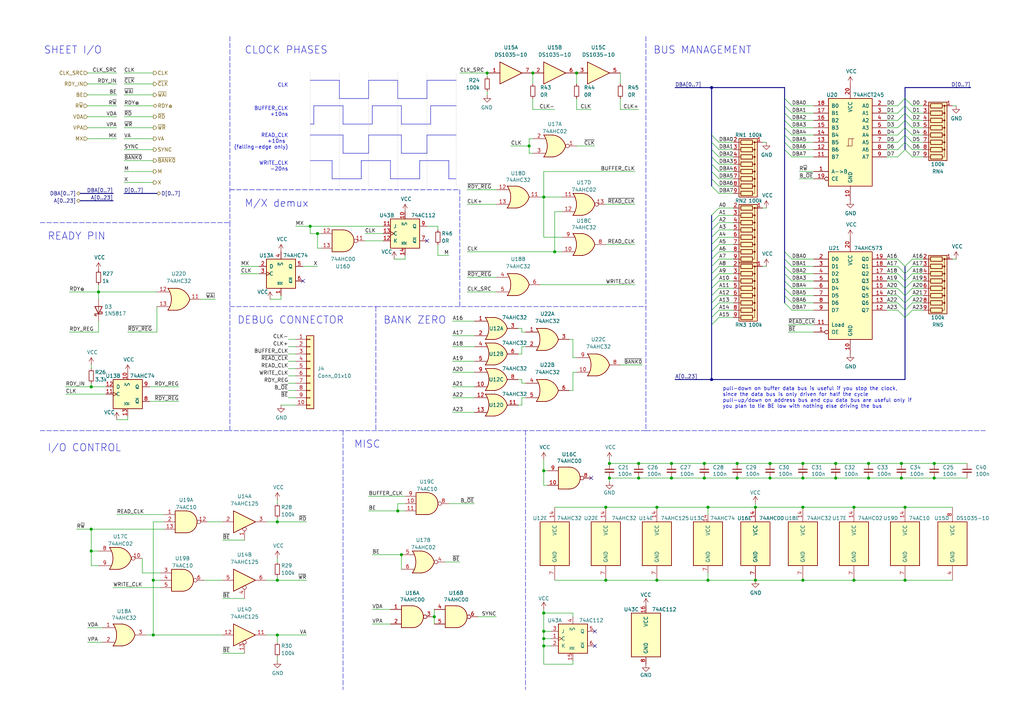
<source format=kicad_sch>
(kicad_sch (version 20211123) (generator eeschema)
  (paper "User" 356.387 251.993)
  (title_block (title "Glue Logic") (date "2022-07-28") (rev "A.25") (comment 2 "https://github.com/adrienkohlbecker/65C816/tree/main/hardware/breakout") (comment 3 "Licensed under CERN-OHL-W v2") (comment 4 "Copyright © 2022 Adrien Kohlbecker"))
  (junction (at 34.29 101.6))
  (junction (at 222.25 161.29))
  (junction (at 279.4 161.29))
  (junction (at 200.66 25.4))
  (junction (at 256.54 166.37))
  (junction (at 53.34 220.98))
  (junction (at 313.69 166.37))
  (junction (at 189.23 163.83))
  (junction (at 246.38 176.53))
  (junction (at 210.82 201.93))
  (junction (at 247.65 132.08))
  (junction (at 96.52 220.98))
  (junction (at 189.23 224.79))
  (junction (at 313.69 161.29))
  (junction (at 193.04 87.63))
  (junction (at 228.6 201.93))
  (junction (at 314.96 201.93))
  (junction (at 279.4 201.93))
  (junction (at 297.18 201.93))
  (junction (at 314.96 176.53))
  (junction (at 279.4 176.53))
  (junction (at 297.18 176.53))
  (junction (at 325.12 166.37))
  (junction (at 31.75 184.15))
  (junction (at 184.15 50.8))
  (junction (at 267.97 161.29))
  (junction (at 245.11 161.29))
  (junction (at 31.75 191.77))
  (junction (at 212.09 166.37))
  (junction (at 247.65 30.48))
  (junction (at 262.89 201.93))
  (junction (at 256.54 161.29))
  (junction (at 139.7 193.04))
  (junction (at 290.83 166.37))
  (junction (at 325.12 161.29))
  (junction (at 189.23 68.58))
  (junction (at 245.11 166.37))
  (junction (at 246.38 201.93))
  (junction (at 169.545 25.4))
  (junction (at 96.52 181.61))
  (junction (at 212.09 161.29))
  (junction (at 189.23 219.71))
  (junction (at 189.23 213.36))
  (junction (at 110.49 81.28))
  (junction (at 96.52 201.93))
  (junction (at 279.4 166.37))
  (junction (at 233.68 161.29))
  (junction (at 233.68 166.37))
  (junction (at 107.95 78.74))
  (junction (at 267.97 166.37))
  (junction (at 210.82 176.53))
  (junction (at 138.43 177.8))
  (junction (at 151.13 214.63))
  (junction (at 53.34 201.93))
  (junction (at 302.26 161.29))
  (junction (at 189.23 222.25))
  (junction (at 302.26 166.37))
  (junction (at 290.83 161.29))
  (junction (at 31.75 134.62))
  (junction (at 262.89 176.53))
  (junction (at 185.42 25.4))
  (junction (at 228.6 176.53))
  (junction (at 222.25 166.37))
  (no_connect (at 205.74 166.37))
  (no_connect (at 105.41 97.79))
  (no_connect (at 207.01 224.79))
  (no_connect (at 207.01 219.71))
  (no_connect (at 148.59 83.82))
  (bus_entry (at 250.19 49.53) (size -2.54 -2.54))
  (bus_entry (at 314.96 41.91) (size -2.54 2.54))
  (bus_entry (at 314.96 41.91) (size 2.54 2.54))
  (bus_entry (at 312.42 92.71) (size 2.54 2.54))
  (bus_entry (at 273.05 49.53) (size 2.54 2.54))
  (bus_entry (at 317.5 97.79) (size -2.54 2.54))
  (bus_entry (at 317.5 102.87) (size -2.54 2.54))
  (bus_entry (at 273.05 105.41) (size 2.54 2.54))
  (bus_entry (at 273.05 92.71) (size 2.54 2.54))
  (bus_entry (at 273.05 102.87) (size 2.54 2.54))
  (bus_entry (at 273.05 39.37) (size 2.54 2.54))
  (bus_entry (at 312.42 102.87) (size 2.54 2.54))
  (bus_entry (at 250.19 52.07) (size -2.54 -2.54))
  (bus_entry (at 247.65 87.63) (size 2.54 -2.54))
  (bus_entry (at 247.65 92.71) (size 2.54 -2.54))
  (bus_entry (at 273.05 46.99) (size 2.54 2.54))
  (bus_entry (at 312.42 107.95) (size 2.54 2.54))
  (bus_entry (at 250.19 57.15) (size -2.54 -2.54))
  (bus_entry (at 317.5 90.17) (size -2.54 2.54))
  (bus_entry (at 273.05 100.33) (size 2.54 2.54))
  (bus_entry (at 247.65 97.79) (size 2.54 -2.54))
  (bus_entry (at 247.65 82.55) (size 2.54 -2.54))
  (bus_entry (at 314.96 52.07) (size 2.54 2.54))
  (bus_entry (at 317.5 95.25) (size -2.54 2.54))
  (bus_entry (at 273.05 90.17) (size 2.54 2.54))
  (bus_entry (at 250.19 54.61) (size -2.54 -2.54))
  (bus_entry (at 314.96 36.83) (size -2.54 2.54))
  (bus_entry (at 247.65 113.03) (size 2.54 -2.54))
  (bus_entry (at 273.05 44.45) (size 2.54 2.54))
  (bus_entry (at 247.65 107.95) (size 2.54 -2.54))
  (bus_entry (at 250.19 62.23) (size -2.54 -2.54))
  (bus_entry (at 247.65 95.25) (size 2.54 -2.54))
  (bus_entry (at 317.5 105.41) (size -2.54 2.54))
  (bus_entry (at 247.65 90.17) (size 2.54 -2.54))
  (bus_entry (at 247.65 110.49) (size 2.54 -2.54))
  (bus_entry (at 314.96 46.99) (size -2.54 2.54))
  (bus_entry (at 314.96 44.45) (size 2.54 2.54))
  (bus_entry (at 273.05 36.83) (size 2.54 2.54))
  (bus_entry (at 314.96 39.37) (size -2.54 2.54))
  (bus_entry (at 250.19 59.69) (size -2.54 -2.54))
  (bus_entry (at 247.65 85.09) (size 2.54 -2.54))
  (bus_entry (at 314.96 52.07) (size -2.54 2.54))
  (bus_entry (at 312.42 100.33) (size 2.54 2.54))
  (bus_entry (at 312.42 105.41) (size 2.54 2.54))
  (bus_entry (at 317.5 92.71) (size -2.54 2.54))
  (bus_entry (at 273.05 97.79) (size 2.54 2.54))
  (bus_entry (at 317.5 107.95) (size -2.54 2.54))
  (bus_entry (at 314.96 34.29) (size -2.54 2.54))
  (bus_entry (at 312.42 90.17) (size 2.54 2.54))
  (bus_entry (at 314.96 39.37) (size 2.54 2.54))
  (bus_entry (at 247.65 100.33) (size 2.54 -2.54))
  (bus_entry (at 273.05 34.29) (size 2.54 2.54))
  (bus_entry (at 273.05 41.91) (size 2.54 2.54))
  (bus_entry (at 247.65 105.41) (size 2.54 -2.54))
  (bus_entry (at 273.05 95.25) (size 2.54 2.54))
  (bus_entry (at 273.05 52.07) (size 2.54 2.54))
  (bus_entry (at 317.5 100.33) (size -2.54 2.54))
  (bus_entry (at 250.19 64.77) (size -2.54 -2.54))
  (bus_entry (at 247.65 74.93) (size 2.54 -2.54))
  (bus_entry (at 314.96 36.83) (size 2.54 2.54))
  (bus_entry (at 314.96 49.53) (size 2.54 2.54))
  (bus_entry (at 314.96 34.29) (size 2.54 2.54))
  (bus_entry (at 314.96 44.45) (size -2.54 2.54))
  (bus_entry (at 247.65 80.01) (size 2.54 -2.54))
  (bus_entry (at 250.19 67.31) (size -2.54 -2.54))
  (bus_entry (at 273.05 87.63) (size 2.54 2.54))
  (bus_entry (at 247.65 77.47) (size 2.54 -2.54))
  (bus_entry (at 312.42 95.25) (size 2.54 2.54))
  (bus_entry (at 314.96 49.53) (size -2.54 2.54))
  (bus_entry (at 314.96 46.99) (size 2.54 2.54))
  (bus_entry (at 312.42 97.79) (size 2.54 2.54))
  (bus_entry (at 247.65 102.87) (size 2.54 -2.54))
  (wire (pts (xy 43.18 44.45) (xy 53.34 44.45)))
  (wire (pts (xy 127 81.28) (xy 133.35 81.28)))
  (wire (pts (xy 34.29 111.76) (xy 34.29 115.57)))
  (polyline (pts (xy 118.11 27.94) (xy 118.11 34.29)) (stroke (width 0) (type solid)))
  (wire (pts (xy 34.29 101.6) (xy 34.29 99.06)))
  (wire (pts (xy 290.83 166.37) (xy 279.4 166.37)))
  (bus (pts (xy 247.65 107.95) (xy 247.65 110.49)))
  (polyline (pts (xy 125.73 62.23) (xy 125.73 55.88)) (stroke (width 0) (type solid)))
  (wire (pts (xy 187.96 99.06) (xy 220.98 99.06)))
  (wire (pts (xy 140.97 90.17) (xy 137.16 90.17)))
  (wire (pts (xy 128.27 172.72) (xy 140.97 172.72)))
  (wire (pts (xy 100.33 125.73) (xy 102.87 125.73)))
  (polyline (pts (xy 128.27 25.4) (xy 128.27 64.77)) (stroke (width 0) (type dot) (color 132 132 132 1)))
  (wire (pts (xy 250.19 59.69) (xy 255.27 59.69)))
  (wire (pts (xy 200.66 34.29) (xy 200.66 38.1)))
  (bus (pts (xy 314.96 102.87) (xy 314.96 105.41)))
  (polyline (pts (xy 80.01 66.04) (xy 160.02 66.04)))
  (wire (pts (xy 210.82 71.12) (xy 220.98 71.12)))
  (wire (pts (xy 308.61 39.37) (xy 312.42 39.37)))
  (polyline (pts (xy 128.27 53.34) (xy 128.27 46.99)) (stroke (width 0) (type solid)))
  (wire (pts (xy 255.27 87.63) (xy 250.19 87.63)))
  (wire (pts (xy 250.19 62.23) (xy 255.27 62.23)))
  (wire (pts (xy 331.47 36.83) (xy 332.74 36.83)))
  (wire (pts (xy 96.52 181.61) (xy 106.68 181.61)))
  (wire (pts (xy 321.31 52.07) (xy 317.5 52.07)))
  (wire (pts (xy 250.19 67.31) (xy 255.27 67.31)))
  (wire (pts (xy 317.5 107.95) (xy 321.31 107.95)))
  (wire (pts (xy 30.48 29.21) (xy 40.64 29.21)))
  (wire (pts (xy 198.12 135.89) (xy 199.39 135.89)))
  (bus (pts (xy 247.65 74.93) (xy 247.65 77.47)))
  (wire (pts (xy 312.42 36.83) (xy 308.61 36.83)))
  (wire (pts (xy 54.61 115.57) (xy 54.61 106.68)))
  (polyline (pts (xy 149.86 43.18) (xy 149.86 36.83)) (stroke (width 0) (type solid)))
  (bus (pts (xy 247.65 110.49) (xy 247.65 113.03)))
  (wire (pts (xy 30.48 36.83) (xy 40.64 36.83)))
  (wire (pts (xy 53.34 181.61) (xy 53.34 201.93)))
  (bus (pts (xy 314.96 34.29) (xy 314.96 36.83)))
  (wire (pts (xy 331.47 90.17) (xy 332.74 90.17)))
  (wire (pts (xy 215.9 127) (xy 223.52 127)))
  (wire (pts (xy 275.59 97.79) (xy 283.21 97.79)))
  (bus (pts (xy 273.05 41.91) (xy 273.05 44.45)))
  (bus (pts (xy 314.96 49.53) (xy 314.96 52.07)))
  (wire (pts (xy 283.21 100.33) (xy 275.59 100.33)))
  (bus (pts (xy 314.96 46.99) (xy 314.96 49.53)))
  (wire (pts (xy 321.31 46.99) (xy 317.5 46.99)))
  (polyline (pts (xy 107.95 55.88) (xy 115.57 55.88)) (stroke (width 0) (type solid)))
  (polyline (pts (xy 138.43 25.4) (xy 138.43 64.77)) (stroke (width 0) (type dot) (color 132 132 132 1)))
  (wire (pts (xy 53.34 201.93) (xy 55.88 201.93)))
  (wire (pts (xy 77.47 227.33) (xy 85.09 227.33)))
  (bus (pts (xy 247.65 30.48) (xy 273.05 30.48)))
  (wire (pts (xy 279.4 176.53) (xy 297.18 176.53)))
  (wire (pts (xy 152.4 85.09) (xy 152.4 88.9)))
  (wire (pts (xy 43.18 63.5) (xy 53.34 63.5)))
  (wire (pts (xy 189.23 224.79) (xy 189.23 231.14)))
  (wire (pts (xy 96.52 173.99) (xy 96.52 175.26)))
  (wire (pts (xy 72.39 181.61) (xy 77.47 181.61)))
  (polyline (pts (xy 139.7 53.34) (xy 148.59 53.34)) (stroke (width 0) (type solid)))
  (wire (pts (xy 198.12 118.11) (xy 199.39 118.11)))
  (wire (pts (xy 215.9 34.29) (xy 215.9 38.1)))
  (wire (pts (xy 212.09 160.02) (xy 212.09 161.29)))
  (polyline (pts (xy 128.27 34.29) (xy 128.27 27.94)) (stroke (width 0) (type solid)))
  (wire (pts (xy 246.38 176.53) (xy 246.38 179.07)))
  (wire (pts (xy 184.15 50.8) (xy 184.15 53.34)))
  (bus (pts (xy 314.96 30.48) (xy 314.96 34.29)))
  (wire (pts (xy 246.38 176.53) (xy 262.89 176.53)))
  (wire (pts (xy 162.56 87.63) (xy 193.04 87.63)))
  (wire (pts (xy 321.31 36.83) (xy 317.5 36.83)))
  (polyline (pts (xy 109.22 36.83) (xy 119.38 36.83)) (stroke (width 0) (type solid)))
  (wire (pts (xy 308.61 107.95) (xy 312.42 107.95)))
  (wire (pts (xy 250.19 110.49) (xy 255.27 110.49)))
  (polyline (pts (xy 138.43 34.29) (xy 148.59 34.29)) (stroke (width 0) (type solid)))
  (bus (pts (xy 273.05 39.37) (xy 273.05 41.91)))
  (wire (pts (xy 31.75 191.77) (xy 31.75 184.15)))
  (wire (pts (xy 157.48 134.62) (xy 165.1 134.62)))
  (polyline (pts (xy 146.05 55.88) (xy 156.21 55.88)) (stroke (width 0) (type solid)))
  (wire (pts (xy 181.61 120.65) (xy 182.88 120.65)))
  (wire (pts (xy 157.48 143.51) (xy 165.1 143.51)))
  (bus (pts (xy 314.96 41.91) (xy 314.96 44.45)))
  (bus (pts (xy 314.96 92.71) (xy 314.96 95.25)))
  (wire (pts (xy 100.33 128.27) (xy 102.87 128.27)))
  (wire (pts (xy 308.61 54.61) (xy 312.42 54.61)))
  (wire (pts (xy 262.89 201.93) (xy 279.4 201.93)))
  (wire (pts (xy 152.4 88.9) (xy 156.21 88.9)))
  (polyline (pts (xy 138.43 27.94) (xy 138.43 34.29)) (stroke (width 0) (type solid)))
  (wire (pts (xy 139.7 193.04) (xy 139.7 198.12)))
  (polyline (pts (xy 115.57 62.23) (xy 125.73 62.23)) (stroke (width 0) (type solid)))
  (polyline (pts (xy 107.95 25.4) (xy 107.95 64.77)) (stroke (width 0) (type dot) (color 132 132 132 1)))
  (wire (pts (xy 193.04 176.53) (xy 210.82 176.53)))
  (wire (pts (xy 181.61 132.08) (xy 181.61 133.35)))
  (bus (pts (xy 273.05 95.25) (xy 273.05 97.79)))
  (wire (pts (xy 189.23 163.83) (xy 190.5 163.83)))
  (wire (pts (xy 250.19 74.93) (xy 255.27 74.93)))
  (wire (pts (xy 49.53 194.31) (xy 49.53 199.39)))
  (wire (pts (xy 189.23 219.71) (xy 191.77 219.71)))
  (polyline (pts (xy 107.95 43.18) (xy 109.22 43.18)) (stroke (width 0) (type solid)))
  (wire (pts (xy 189.23 68.58) (xy 189.23 82.55)))
  (wire (pts (xy 187.96 68.58) (xy 189.23 68.58)))
  (bus (pts (xy 273.05 92.71) (xy 273.05 95.25)))
  (bus (pts (xy 247.65 132.08) (xy 314.96 132.08)))
  (wire (pts (xy 275.59 92.71) (xy 283.21 92.71)))
  (bus (pts (xy 247.65 49.53) (xy 247.65 52.07)))
  (wire (pts (xy 283.21 90.17) (xy 275.59 90.17)))
  (wire (pts (xy 193.04 73.66) (xy 193.04 87.63)))
  (wire (pts (xy 189.23 68.58) (xy 195.58 68.58)))
  (wire (pts (xy 52.07 134.62) (xy 62.23 134.62)))
  (wire (pts (xy 71.12 201.93) (xy 77.47 201.93)))
  (bus (pts (xy 247.65 85.09) (xy 247.65 87.63)))
  (bus (pts (xy 273.05 102.87) (xy 273.05 105.41)))
  (wire (pts (xy 154.94 195.58) (xy 160.02 195.58)))
  (bus (pts (xy 247.65 95.25) (xy 247.65 97.79)))
  (wire (pts (xy 233.68 166.37) (xy 245.11 166.37)))
  (polyline (pts (xy 130.81 106.68) (xy 130.81 149.86)))
  (wire (pts (xy 189.23 222.25) (xy 189.23 224.79)))
  (wire (pts (xy 302.26 166.37) (xy 290.83 166.37)))
  (bus (pts (xy 273.05 44.45) (xy 273.05 46.99)))
  (wire (pts (xy 129.54 217.17) (xy 135.89 217.17)))
  (bus (pts (xy 273.05 87.63) (xy 273.05 90.17)))
  (wire (pts (xy 274.32 113.03) (xy 283.21 113.03)))
  (wire (pts (xy 189.23 160.02) (xy 189.23 163.83)))
  (wire (pts (xy 297.18 201.93) (xy 314.96 201.93)))
  (bus (pts (xy 273.05 49.53) (xy 273.05 52.07)))
  (wire (pts (xy 83.82 92.71) (xy 90.17 92.71)))
  (wire (pts (xy 312.42 95.25) (xy 308.61 95.25)))
  (wire (pts (xy 92.71 201.93) (xy 96.52 201.93)))
  (wire (pts (xy 314.96 176.53) (xy 331.47 176.53)))
  (wire (pts (xy 256.54 166.37) (xy 245.11 166.37)))
  (wire (pts (xy 43.18 40.64) (xy 53.34 40.64)))
  (wire (pts (xy 312.42 52.07) (xy 308.61 52.07)))
  (polyline (pts (xy 128.27 27.94) (xy 138.43 27.94)) (stroke (width 0) (type solid)))
  (wire (pts (xy 100.33 118.11) (xy 102.87 118.11)))
  (wire (pts (xy 267.97 161.29) (xy 279.4 161.29)))
  (wire (pts (xy 313.69 166.37) (xy 302.26 166.37)))
  (wire (pts (xy 215.9 25.4) (xy 215.9 29.21)))
  (wire (pts (xy 246.38 199.39) (xy 246.38 201.93)))
  (wire (pts (xy 181.61 140.97) (xy 181.61 138.43)))
  (wire (pts (xy 255.27 72.39) (xy 250.19 72.39)))
  (polyline (pts (xy 135.89 62.23) (xy 146.05 62.23)) (stroke (width 0) (type solid)))
  (wire (pts (xy 138.43 177.8) (xy 140.97 177.8)))
  (wire (pts (xy 34.29 104.14) (xy 34.29 101.6)))
  (wire (pts (xy 44.45 144.78) (xy 44.45 146.05)))
  (bus (pts (xy 273.05 46.99) (xy 273.05 49.53)))
  (wire (pts (xy 250.19 90.17) (xy 255.27 90.17)))
  (wire (pts (xy 321.31 100.33) (xy 317.5 100.33)))
  (polyline (pts (xy 148.59 53.34) (xy 148.59 46.99)) (stroke (width 0) (type solid)))
  (wire (pts (xy 312.42 90.17) (xy 308.61 90.17)))
  (wire (pts (xy 102.87 78.74) (xy 107.95 78.74)))
  (wire (pts (xy 220.98 59.69) (xy 189.23 59.69)))
  (wire (pts (xy 100.33 133.35) (xy 102.87 133.35)))
  (wire (pts (xy 169.545 25.4) (xy 169.545 26.67)))
  (wire (pts (xy 189.23 168.91) (xy 190.5 168.91)))
  (wire (pts (xy 53.34 29.21) (xy 43.18 29.21)))
  (wire (pts (xy 275.59 39.37) (xy 283.21 39.37)))
  (wire (pts (xy 30.48 44.45) (xy 40.64 44.45)))
  (polyline (pts (xy 80.01 106.68) (xy 130.81 106.68)))
  (wire (pts (xy 31.75 191.77) (xy 34.29 191.77)))
  (polyline (pts (xy 182.88 149.86) (xy 182.88 240.03)))
  (wire (pts (xy 308.61 44.45) (xy 312.42 44.45)))
  (wire (pts (xy 245.11 161.29) (xy 256.54 161.29)))
  (wire (pts (xy 83.82 95.25) (xy 90.17 95.25)))
  (wire (pts (xy 129.54 193.04) (xy 139.7 193.04)))
  (wire (pts (xy 325.12 166.37) (xy 313.69 166.37)))
  (bus (pts (xy 234.95 30.48) (xy 247.65 30.48)))
  (wire (pts (xy 189.23 222.25) (xy 191.77 222.25)))
  (wire (pts (xy 189.23 219.71) (xy 189.23 222.25)))
  (wire (pts (xy 105.41 92.71) (xy 110.49 92.71)))
  (wire (pts (xy 283.21 46.99) (xy 275.59 46.99)))
  (wire (pts (xy 162.56 101.6) (xy 172.72 101.6)))
  (wire (pts (xy 40.64 40.64) (xy 30.48 40.64)))
  (wire (pts (xy 199.39 231.14) (xy 189.23 231.14)))
  (polyline (pts (xy 125.73 55.88) (xy 135.89 55.88)) (stroke (width 0) (type solid)))
  (bus (pts (xy 43.18 67.31) (xy 54.61 67.31)))
  (polyline (pts (xy 118.11 34.29) (xy 128.27 34.29)) (stroke (width 0) (type solid)))
  (wire (pts (xy 152.4 78.74) (xy 152.4 80.01)))
  (wire (pts (xy 189.23 213.36) (xy 189.23 219.71)))
  (wire (pts (xy 53.34 181.61) (xy 57.15 181.61)))
  (polyline (pts (xy 129.54 36.83) (xy 139.7 36.83)) (stroke (width 0) (type solid)))
  (wire (pts (xy 255.27 82.55) (xy 250.19 82.55)))
  (wire (pts (xy 44.45 146.05) (xy 40.64 146.05)))
  (bus (pts (xy 273.05 90.17) (xy 273.05 92.71)))
  (bus (pts (xy 273.05 30.48) (xy 273.05 34.29)))
  (wire (pts (xy 148.59 78.74) (xy 152.4 78.74)))
  (wire (pts (xy 30.48 48.26) (xy 40.64 48.26)))
  (polyline (pts (xy 13.97 77.47) (xy 80.01 77.47)))
  (wire (pts (xy 245.11 161.29) (xy 233.68 161.29)))
  (wire (pts (xy 110.49 81.28) (xy 110.49 86.36)))
  (polyline (pts (xy 119.38 43.18) (xy 129.54 43.18)) (stroke (width 0) (type solid)))
  (polyline (pts (xy 115.57 55.88) (xy 115.57 62.23)) (stroke (width 0) (type solid)))
  (wire (pts (xy 189.23 163.83) (xy 189.23 168.91)))
  (bus (pts (xy 247.65 90.17) (xy 247.65 92.71)))
  (wire (pts (xy 92.71 220.98) (xy 96.52 220.98)))
  (wire (pts (xy 228.6 176.53) (xy 246.38 176.53)))
  (wire (pts (xy 274.32 115.57) (xy 283.21 115.57)))
  (bus (pts (xy 273.05 36.83) (xy 273.05 39.37)))
  (wire (pts (xy 22.86 134.62) (xy 31.75 134.62)))
  (bus (pts (xy 314.96 39.37) (xy 314.96 41.91)))
  (wire (pts (xy 275.59 102.87) (xy 283.21 102.87)))
  (wire (pts (xy 290.83 161.29) (xy 302.26 161.29)))
  (wire (pts (xy 97.79 104.14) (xy 93.98 104.14)))
  (wire (pts (xy 43.18 52.07) (xy 53.34 52.07)))
  (wire (pts (xy 96.52 220.98) (xy 96.52 223.52)))
  (wire (pts (xy 317.5 54.61) (xy 321.31 54.61)))
  (polyline (pts (xy 135.89 55.88) (xy 135.89 62.23)) (stroke (width 0) (type solid)))
  (wire (pts (xy 199.39 229.87) (xy 199.39 231.14)))
  (wire (pts (xy 199.39 129.54) (xy 199.39 135.89)))
  (wire (pts (xy 193.04 73.66) (xy 195.58 73.66)))
  (wire (pts (xy 193.04 87.63) (xy 195.58 87.63)))
  (wire (pts (xy 100.33 135.89) (xy 102.87 135.89)))
  (bus (pts (xy 247.65 87.63) (xy 247.65 90.17)))
  (wire (pts (xy 255.27 92.71) (xy 250.19 92.71)))
  (bus (pts (xy 314.96 110.49) (xy 314.96 132.08)))
  (bus (pts (xy 247.65 62.23) (xy 247.65 64.77)))
  (wire (pts (xy 189.23 82.55) (xy 195.58 82.55)))
  (wire (pts (xy 317.5 97.79) (xy 321.31 97.79)))
  (wire (pts (xy 210.82 201.93) (xy 228.6 201.93)))
  (polyline (pts (xy 149.86 36.83) (xy 158.75 36.83)) (stroke (width 0) (type solid)))
  (wire (pts (xy 233.68 161.29) (xy 222.25 161.29)))
  (wire (pts (xy 312.42 105.41) (xy 308.61 105.41)))
  (wire (pts (xy 279.4 201.93) (xy 297.18 201.93)))
  (wire (pts (xy 250.19 105.41) (xy 255.27 105.41)))
  (wire (pts (xy 110.49 86.36) (xy 111.76 86.36)))
  (wire (pts (xy 278.13 62.23) (xy 283.21 62.23)))
  (wire (pts (xy 250.19 49.53) (xy 255.27 49.53)))
  (wire (pts (xy 266.7 72.39) (xy 265.43 72.39)))
  (wire (pts (xy 30.48 25.4) (xy 40.64 25.4)))
  (polyline (pts (xy 224.79 149.86) (xy 342.9 149.86)))
  (wire (pts (xy 177.8 50.8) (xy 184.15 50.8)))
  (bus (pts (xy 273.05 52.07) (xy 273.05 87.63)))
  (bus (pts (xy 247.65 52.07) (xy 247.65 54.61)))
  (polyline (pts (xy 156.21 62.23) (xy 158.75 62.23)) (stroke (width 0) (type solid)))
  (wire (pts (xy 212.09 166.37) (xy 222.25 166.37)))
  (wire (pts (xy 222.25 166.37) (xy 233.68 166.37)))
  (wire (pts (xy 283.21 95.25) (xy 275.59 95.25)))
  (bus (pts (xy 247.65 105.41) (xy 247.65 107.95)))
  (wire (pts (xy 166.37 214.63) (xy 172.72 214.63)))
  (wire (pts (xy 250.19 100.33) (xy 255.27 100.33)))
  (wire (pts (xy 184.15 48.26) (xy 185.42 48.26)))
  (wire (pts (xy 193.04 201.93) (xy 210.82 201.93)))
  (wire (pts (xy 69.85 104.14) (xy 74.93 104.14)))
  (polyline (pts (xy 148.59 46.99) (xy 158.75 46.99)) (stroke (width 0) (type solid)))
  (bus (pts (xy 273.05 100.33) (xy 273.05 102.87)))
  (wire (pts (xy 312.42 41.91) (xy 308.61 41.91)))
  (wire (pts (xy 308.61 49.53) (xy 312.42 49.53)))
  (polyline (pts (xy 148.59 34.29) (xy 148.59 27.94)) (stroke (width 0) (type solid)))
  (polyline (pts (xy 129.54 43.18) (xy 129.54 36.83)) (stroke (width 0) (type solid)))
  (wire (pts (xy 317.5 102.87) (xy 321.31 102.87)))
  (bus (pts (xy 247.65 82.55) (xy 247.65 85.09)))
  (wire (pts (xy 212.09 161.29) (xy 222.25 161.29)))
  (wire (pts (xy 100.33 123.19) (xy 102.87 123.19)))
  (wire (pts (xy 128.27 177.8) (xy 138.43 177.8)))
  (polyline (pts (xy 156.21 55.88) (xy 156.21 62.23)) (stroke (width 0) (type solid)))
  (wire (pts (xy 279.4 166.37) (xy 267.97 166.37)))
  (wire (pts (xy 181.61 115.57) (xy 182.88 115.57)))
  (wire (pts (xy 185.42 38.1) (xy 193.04 38.1)))
  (wire (pts (xy 31.75 184.15) (xy 57.15 184.15)))
  (bus (pts (xy 314.96 97.79) (xy 314.96 100.33)))
  (wire (pts (xy 107.95 78.74) (xy 133.35 78.74)))
  (bus (pts (xy 247.65 100.33) (xy 247.65 102.87)))
  (wire (pts (xy 34.29 101.6) (xy 54.61 101.6)))
  (wire (pts (xy 317.5 44.45) (xy 321.31 44.45)))
  (wire (pts (xy 255.27 97.79) (xy 250.19 97.79)))
  (wire (pts (xy 96.52 220.98) (xy 106.68 220.98)))
  (wire (pts (xy 314.96 201.93) (xy 331.47 201.93)))
  (wire (pts (xy 181.61 114.3) (xy 181.61 115.57)))
  (wire (pts (xy 180.34 114.3) (xy 181.61 114.3)))
  (polyline (pts (xy 148.59 27.94) (xy 158.75 27.94)) (stroke (width 0) (type solid)))
  (wire (pts (xy 199.39 118.11) (xy 199.39 124.46)))
  (bus (pts (xy 27.94 67.31) (xy 39.37 67.31)))
  (wire (pts (xy 181.61 138.43) (xy 182.88 138.43)))
  (wire (pts (xy 255.27 77.47) (xy 250.19 77.47)))
  (wire (pts (xy 189.23 224.79) (xy 191.77 224.79)))
  (wire (pts (xy 43.18 59.69) (xy 53.34 59.69)))
  (wire (pts (xy 265.43 49.53) (xy 266.7 49.53)))
  (wire (pts (xy 256.54 161.29) (xy 267.97 161.29)))
  (wire (pts (xy 43.18 55.88) (xy 53.34 55.88)))
  (polyline (pts (xy 80.01 149.86) (xy 80.01 77.47)))
  (wire (pts (xy 313.69 161.29) (xy 325.12 161.29)))
  (wire (pts (xy 250.19 57.15) (xy 255.27 57.15)))
  (wire (pts (xy 181.61 133.35) (xy 182.88 133.35)))
  (wire (pts (xy 169.545 31.75) (xy 169.545 33.02)))
  (wire (pts (xy 107.95 78.74) (xy 107.95 81.28)))
  (wire (pts (xy 31.75 127) (xy 31.75 128.27)))
  (wire (pts (xy 129.54 212.09) (xy 135.89 212.09)))
  (wire (pts (xy 162.56 66.04) (xy 172.72 66.04)))
  (wire (pts (xy 40.64 179.07) (xy 57.15 179.07)))
  (polyline (pts (xy 146.05 62.23) (xy 146.05 55.88)) (stroke (width 0) (type solid)))
  (wire (pts (xy 312.42 100.33) (xy 308.61 100.33)))
  (wire (pts (xy 151.13 212.09) (xy 151.13 214.63)))
  (wire (pts (xy 246.38 201.93) (xy 262.89 201.93)))
  (wire (pts (xy 31.75 196.85) (xy 31.75 191.77)))
  (wire (pts (xy 24.13 101.6) (xy 34.29 101.6)))
  (wire (pts (xy 40.64 33.02) (xy 30.48 33.02)))
  (wire (pts (xy 96.52 180.34) (xy 96.52 181.61)))
  (wire (pts (xy 283.21 41.91) (xy 275.59 41.91)))
  (wire (pts (xy 317.5 92.71) (xy 321.31 92.71)))
  (bus (pts (xy 247.65 80.01) (xy 247.65 82.55)))
  (bus (pts (xy 247.65 59.69) (xy 247.65 62.23)))
  (wire (pts (xy 138.43 177.8) (xy 138.43 175.26)))
  (wire (pts (xy 189.23 213.36) (xy 199.39 213.36)))
  (bus (pts (xy 247.65 113.03) (xy 247.65 132.08)))
  (wire (pts (xy 215.9 38.1) (xy 222.25 38.1)))
  (wire (pts (xy 97.79 102.87) (xy 97.79 104.14)))
  (wire (pts (xy 157.48 120.65) (xy 165.1 120.65)))
  (wire (pts (xy 140.97 88.9) (xy 140.97 90.17)))
  (bus (pts (xy 247.65 46.99) (xy 247.65 49.53)))
  (bus (pts (xy 247.65 57.15) (xy 247.65 59.69)))
  (wire (pts (xy 96.52 228.6) (xy 96.52 229.87)))
  (wire (pts (xy 160.02 25.4) (xy 169.545 25.4)))
  (polyline (pts (xy 139.7 43.18) (xy 149.86 43.18)) (stroke (width 0) (type solid)))
  (wire (pts (xy 302.26 161.29) (xy 313.69 161.29)))
  (wire (pts (xy 138.43 175.26) (xy 140.97 175.26)))
  (polyline (pts (xy 107.95 46.99) (xy 119.38 46.99)) (stroke (width 0) (type solid)))
  (wire (pts (xy 157.48 116.84) (xy 165.1 116.84)))
  (wire (pts (xy 308.61 92.71) (xy 312.42 92.71)))
  (wire (pts (xy 200.66 38.1) (xy 205.74 38.1)))
  (polyline (pts (xy 109.22 43.18) (xy 109.22 36.83)) (stroke (width 0) (type solid)))
  (wire (pts (xy 210.82 85.09) (xy 220.98 85.09)))
  (bus (pts (xy 247.65 30.48) (xy 247.65 46.99)))
  (wire (pts (xy 283.21 59.69) (xy 278.13 59.69)))
  (wire (pts (xy 184.15 48.26) (xy 184.15 50.8)))
  (wire (pts (xy 110.49 81.28) (xy 111.76 81.28)))
  (bus (pts (xy 314.96 107.95) (xy 314.96 110.49)))
  (bus (pts (xy 247.65 77.47) (xy 247.65 80.01)))
  (bus (pts (xy 314.96 100.33) (xy 314.96 102.87)))
  (wire (pts (xy 317.5 39.37) (xy 321.31 39.37)))
  (wire (pts (xy 250.19 52.07) (xy 255.27 52.07)))
  (wire (pts (xy 157.48 111.76) (xy 165.1 111.76)))
  (wire (pts (xy 157.48 125.73) (xy 165.1 125.73)))
  (wire (pts (xy 321.31 105.41) (xy 317.5 105.41)))
  (bus (pts (xy 314.96 44.45) (xy 314.96 46.99)))
  (wire (pts (xy 189.23 59.69) (xy 189.23 68.58)))
  (polyline (pts (xy 118.11 25.4) (xy 118.11 64.77)) (stroke (width 0) (type dot) (color 132 132 132 1)))
  (wire (pts (xy 26.67 184.15) (xy 31.75 184.15)))
  (wire (pts (xy 275.59 44.45) (xy 283.21 44.45)))
  (wire (pts (xy 30.48 218.44) (xy 35.56 218.44)))
  (wire (pts (xy 200.66 50.8) (xy 207.01 50.8)))
  (bus (pts (xy 314.96 36.83) (xy 314.96 39.37)))
  (bus (pts (xy 27.94 69.85) (xy 39.37 69.85)))
  (wire (pts (xy 96.52 194.31) (xy 96.52 195.58)))
  (wire (pts (xy 127 83.82) (xy 133.35 83.82)))
  (polyline (pts (xy 119.38 46.99) (xy 119.38 53.34)) (stroke (width 0) (type solid)))
  (wire (pts (xy 50.8 220.98) (xy 53.34 220.98)))
  (wire (pts (xy 31.75 196.85) (xy 34.29 196.85)))
  (bus (pts (xy 314.96 105.41) (xy 314.96 107.95)))
  (wire (pts (xy 24.13 115.57) (xy 34.29 115.57)))
  (wire (pts (xy 77.47 208.28) (xy 85.09 208.28)))
  (wire (pts (xy 31.75 134.62) (xy 36.83 134.62)))
  (wire (pts (xy 255.27 102.87) (xy 250.19 102.87)))
  (wire (pts (xy 321.31 95.25) (xy 317.5 95.25)))
  (wire (pts (xy 151.13 214.63) (xy 151.13 217.17)))
  (wire (pts (xy 181.61 123.19) (xy 181.61 120.65)))
  (wire (pts (xy 184.15 53.34) (xy 185.42 53.34)))
  (bus (pts (xy 314.96 30.48) (xy 337.82 30.48)))
  (bus (pts (xy 273.05 34.29) (xy 273.05 36.83)))
  (polyline (pts (xy 139.7 46.99) (xy 139.7 53.34)) (stroke (width 0) (type solid)))
  (wire (pts (xy 275.59 54.61) (xy 283.21 54.61)))
  (wire (pts (xy 212.09 166.37) (xy 212.09 167.64)))
  (bus (pts (xy 247.65 92.71) (xy 247.65 95.25)))
  (polyline (pts (xy 160.02 66.04) (xy 160.02 106.68)))
  (wire (pts (xy 308.61 97.79) (xy 312.42 97.79)))
  (wire (pts (xy 228.6 201.93) (xy 246.38 201.93)))
  (wire (pts (xy 31.75 133.35) (xy 31.75 134.62)))
  (bus (pts (xy 247.65 54.61) (xy 247.65 57.15)))
  (wire (pts (xy 169.545 25.4) (xy 170.18 25.4)))
  (wire (pts (xy 308.61 102.87) (xy 312.42 102.87)))
  (wire (pts (xy 336.55 166.37) (xy 325.12 166.37)))
  (wire (pts (xy 283.21 36.83) (xy 275.59 36.83)))
  (wire (pts (xy 97.79 140.97) (xy 102.87 140.97)))
  (wire (pts (xy 210.82 176.53) (xy 228.6 176.53)))
  (wire (pts (xy 250.19 95.25) (xy 255.27 95.25)))
  (wire (pts (xy 317.5 49.53) (xy 321.31 49.53)))
  (wire (pts (xy 200.66 25.4) (xy 200.66 29.21)))
  (polyline (pts (xy 158.75 25.6643) (xy 158.75 65.0343)) (stroke (width 0) (type dot) (color 132 132 132 1)))
  (wire (pts (xy 22.86 137.16) (xy 36.83 137.16)))
  (wire (pts (xy 275.59 49.53) (xy 283.21 49.53)))
  (polyline (pts (xy 80.01 12.7) (xy 80.01 77.47)))
  (wire (pts (xy 162.56 71.12) (xy 172.72 71.12)))
  (polyline (pts (xy 119.38 149.86) (xy 119.38 240.03)))
  (bus (pts (xy 247.65 102.87) (xy 247.65 105.41)))
  (wire (pts (xy 275.59 107.95) (xy 283.21 107.95)))
  (polyline (pts (xy 107.95 27.94) (xy 118.11 27.94)) (stroke (width 0) (type solid)))
  (polyline (pts (xy 119.38 53.34) (xy 128.27 53.34)) (stroke (width 0) (type solid)))
  (wire (pts (xy 199.39 124.46) (xy 200.66 124.46)))
  (wire (pts (xy 156.21 175.26) (xy 165.1 175.26)))
  (wire (pts (xy 200.66 129.54) (xy 199.39 129.54)))
  (wire (pts (xy 100.33 120.65) (xy 102.87 120.65)))
  (wire (pts (xy 250.19 85.09) (xy 255.27 85.09)))
  (wire (pts (xy 77.47 187.96) (xy 85.09 187.96)))
  (wire (pts (xy 267.97 166.37) (xy 256.54 166.37)))
  (wire (pts (xy 189.23 212.09) (xy 189.23 213.36)))
  (wire (pts (xy 53.34 25.4) (xy 43.18 25.4)))
  (polyline (pts (xy 139.7 36.83) (xy 139.7 43.18)) (stroke (width 0) (type solid)))
  (wire (pts (xy 43.18 36.83) (xy 53.34 36.83)))
  (wire (pts (xy 250.19 80.01) (xy 255.27 80.01)))
  (wire (pts (xy 180.34 132.08) (xy 181.61 132.08)))
  (wire (pts (xy 185.42 34.29) (xy 185.42 38.1)))
  (wire (pts (xy 96.52 201.93) (xy 106.68 201.93)))
  (wire (pts (xy 100.33 138.43) (xy 102.87 138.43)))
  (wire (pts (xy 180.34 123.19) (xy 181.61 123.19)))
  (wire (pts (xy 96.52 200.66) (xy 96.52 201.93)))
  (wire (pts (xy 199.39 214.63) (xy 199.39 213.36)))
  (wire (pts (xy 43.18 33.02) (xy 53.34 33.02)))
  (wire (pts (xy 44.45 115.57) (xy 54.61 115.57)))
  (wire (pts (xy 297.18 176.53) (xy 314.96 176.53)))
  (wire (pts (xy 53.34 220.98) (xy 77.47 220.98)))
  (wire (pts (xy 250.19 64.77) (xy 255.27 64.77)))
  (wire (pts (xy 266.7 92.71) (xy 265.43 92.71)))
  (wire (pts (xy 157.48 138.43) (xy 165.1 138.43)))
  (wire (pts (xy 92.71 181.61) (xy 96.52 181.61)))
  (wire (pts (xy 262.89 176.53) (xy 262.89 175.26)))
  (bus (pts (xy 247.65 97.79) (xy 247.65 100.33)))
  (wire (pts (xy 39.37 204.47) (xy 55.88 204.47)))
  (polyline (pts (xy 224.79 12.7) (xy 224.79 149.86)))
  (wire (pts (xy 255.27 107.95) (xy 250.19 107.95)))
  (wire (pts (xy 283.21 105.41) (xy 275.59 105.41)))
  (wire (pts (xy 321.31 41.91) (xy 317.5 41.91)))
  (wire (pts (xy 43.18 48.26) (xy 53.34 48.26)))
  (wire (pts (xy 107.95 81.28) (xy 110.49 81.28)))
  (polyline (pts (xy 128.27 46.99) (xy 139.7 46.99)) (stroke (width 0) (type solid)))
  (polyline (pts (xy 13.97 149.86) (xy 80.01 149.86)))
  (wire (pts (xy 162.56 96.52) (xy 172.72 96.52)))
  (wire (pts (xy 250.19 54.61) (xy 255.27 54.61)))
  (polyline (pts (xy 224.79 149.86) (xy 80.01 149.86)))
  (polyline (pts (xy 119.38 36.83) (xy 119.38 43.18)) (stroke (width 0) (type solid)))
  (wire (pts (xy 180.34 140.97) (xy 181.61 140.97)))
  (wire (pts (xy 52.07 139.7) (xy 62.23 139.7)))
  (wire (pts (xy 30.48 223.52) (xy 35.56 223.52)))
  (wire (pts (xy 279.4 161.29) (xy 290.83 161.29)))
  (wire (pts (xy 325.12 161.29) (xy 336.55 161.29)))
  (wire (pts (xy 283.21 52.07) (xy 275.59 52.07)))
  (wire (pts (xy 321.31 90.17) (xy 317.5 90.17)))
  (polyline (pts (xy 130.81 106.68) (xy 224.79 106.68)))
  (wire (pts (xy 262.89 176.53) (xy 279.4 176.53)))
  (wire (pts (xy 185.42 25.4) (xy 185.42 29.21)))
  (wire (pts (xy 100.33 130.81) (xy 102.87 130.81)))
  (wire (pts (xy 312.42 46.99) (xy 308.61 46.99)))
  (bus (pts (xy 314.96 95.25) (xy 314.96 97.79)))
  (wire (pts (xy 53.34 201.93) (xy 53.34 220.98)))
  (wire (pts (xy 157.48 129.54) (xy 165.1 129.54)))
  (wire (pts (xy 49.53 199.39) (xy 55.88 199.39)))
  (bus (pts (xy 234.95 132.08) (xy 247.65 132.08)))
  (bus (pts (xy 273.05 97.79) (xy 273.05 100.33)))
  (polyline (pts (xy 148.59 25.4) (xy 148.59 64.77)) (stroke (width 0) (type dot) (color 132 132 132 1)))
  (text "BUS MANAGEMENT" (at 227.33 19.05 0) (effects (font (size 2.54 2.54)) (justify left bottom)))
  (text "BANK ZERO" (at 133.35 113.03 0) (effects (font (size 2.54 2.54)) (justify left bottom)))
  (text "I/O CONTROL" (at 16.51 157.48 0) (effects (font (size 2.54 2.54)) (justify left bottom)))
  (text "WRITE_CLK\n-20ns" (at 100.33 59.69 180) (effects (font (size 1.27 1.27)) (justify right bottom)))
  (text "MISC" (at 123.19 156.21 0) (effects (font (size 2.54 2.54)) (justify left bottom)))
  (text "CLK" (at 100.33 30.48 180) (effects (font (size 1.27 1.27)) (justify right bottom)))
  (text "BUFFER_CLK\n+10ns" (at 100.33 40.64 180) (effects (font (size 1.27 1.27)) (justify right bottom)))
  (text "READY PIN" (at 16.51 83.82 0) (effects (font (size 2.54 2.54)) (justify left bottom)))
  (text "M/X demux" (at 85.09 72.39 0) (effects (font (size 2.54 2.54)) (justify left bottom)))
  (text "DEBUG CONNECTOR" (at 82.55 113.03 0) (effects (font (size 2.54 2.54)) (justify left bottom)))
  (text "pull-down on buffer data bus is useful if you stop the clock, \nsince the data bus is only driven for half the cycle\npull-up/down on address bus and cpu data bus are useful only if \nyou plan to tie BE low with nothing else driving the bus" (at 251.46 142.24 0) (effects (font (size 1.27 1.27)) (justify left bottom)))
  (text "CLOCK PHASES" (at 85.09 19.05 0) (effects (font (size 2.54 2.54)) (justify left bottom)))
  (text "READ_CLK\n+10ns \n(falling-edge only)" (at 100.33 52.07 180) (effects (font (size 1.27 1.27)) (justify right bottom)))
  (text "SHEET I/O" (at 15.24 19.05 0) (effects (font (size 2.54 2.54)) (justify left bottom)))
  (label "~{CLK}" (at 207.01 50.8 180))
  (label "D3" (at 308.61 44.45 0))
  (label "CLK+" (at 222.25 38.1 180))
  (label "~{READ_CLK}" (at 274.32 113.03 0))
  (label "~{RD}" (at 106.68 181.61 180))
  (label "~{READ_CLK}" (at 100.33 125.73 180))
  (label "A4" (at 250.19 82.55 0))
  (label "~{BE}" (at 77.47 187.96 0))
  (label "VPA" (at 40.64 44.45 180))
  (label "~{BANK0}" (at 43.18 55.88 0))
  (label "B_~{OE}" (at 165.1 175.26 180))
  (label "~{BANK0}" (at 223.52 127 180))
  (label "DBA4" (at 275.59 100.33 0))
  (label "A2" (at 250.19 77.47 0))
  (label "CLK+" (at 162.56 71.12 0))
  (label "R~{W}" (at 40.64 36.83 180))
  (label "DBA3" (at 275.59 97.79 0))
  (label "A6" (at 250.19 87.63 0))
  (label "~{RDY_REG}" (at 44.45 115.57 0))
  (label "DBA2" (at 275.59 41.91 0))
  (label "READ_CLK" (at 40.64 179.07 0))
  (label "VPA" (at 30.48 223.52 0))
  (label "D7" (at 308.61 54.61 0))
  (label "A22" (at 308.61 105.41 0))
  (label "SYNC" (at 43.18 52.07 0))
  (label "CLK" (at 205.74 38.1 180))
  (label "A10" (at 250.19 97.79 0))
  (label "DBA4" (at 275.59 46.99 0))
  (label "B_~{OE}" (at 278.13 62.23 0))
  (label "A19" (at 157.48 125.73 0))
  (label "D4" (at 317.5 46.99 0))
  (label "R~{W}" (at 26.67 184.15 0))
  (label "BE" (at 128.27 177.8 0))
  (label "VA" (at 43.18 48.26 0))
  (label "BE" (at 129.54 193.04 0))
  (label "A23" (at 317.5 107.95 0))
  (label "DBA6" (at 275.59 105.41 0))
  (label "VDA" (at 30.48 218.44 0))
  (label "A18" (at 308.61 95.25 0))
  (label "B_~{OE}" (at 100.33 135.89 180))
  (label "CLK" (at 127 81.28 0))
  (label "A7" (at 250.19 90.17 0))
  (label "~{WAI}" (at 74.93 104.14 180))
  (label "A16" (at 317.5 90.17 0))
  (label "DBA1" (at 275.59 39.37 0))
  (label "CLK-" (at 193.04 38.1 180))
  (label "A0" (at 250.19 72.39 0))
  (label "VDA" (at 40.64 40.64 180))
  (label "A19" (at 308.61 97.79 0))
  (label "DBA[0..7]" (at 234.95 30.48 0))
  (label "DBA[0..7]" (at 39.37 67.31 180))
  (label "~{WR}" (at 43.18 44.45 0))
  (label "DBA2" (at 275.59 95.25 0))
  (label "CLK+" (at 100.33 120.65 180))
  (label "DBA0" (at 250.19 49.53 0))
  (label "D4" (at 308.61 46.99 0))
  (label "A9" (at 250.19 95.25 0))
  (label "A11" (at 250.19 100.33 0))
  (label "CLK-" (at 100.33 118.11 180))
  (label "WRITE_CLK" (at 100.33 130.81 180))
  (label "A21" (at 157.48 134.62 0))
  (label "RDY⎒" (at 24.13 101.6 0))
  (label "CLK" (at 43.18 25.4 0))
  (label "SYNC" (at 172.72 214.63 180))
  (label "MX" (at 83.82 92.71 0))
  (label "DBA0" (at 275.59 90.17 0))
  (label "A17" (at 157.48 116.84 0))
  (label "A17" (at 317.5 92.71 0))
  (label "D6" (at 317.5 52.07 0))
  (label "DBA3" (at 250.19 57.15 0))
  (label "A3" (at 250.19 80.01 0))
  (label "~{READ_CLK}" (at 220.98 71.12 180))
  (label "A23" (at 308.61 107.95 0))
  (label "A16" (at 157.48 111.76 0))
  (label "BUFFER_CLK" (at 220.98 59.69 180))
  (label "A5" (at 250.19 85.09 0))
  (label "R~{W}" (at 278.13 59.69 0))
  (label "A20" (at 308.61 100.33 0))
  (label "M" (at 156.21 88.9 180))
  (label "RDY⎒" (at 43.18 36.83 0))
  (label "VA" (at 106.68 220.98 180))
  (label "D7" (at 317.5 54.61 0))
  (label "VDA" (at 129.54 212.09 0))
  (label "~{WR}" (at 106.68 201.93 180))
  (label "A14" (at 250.19 107.95 0))
  (label "A19" (at 317.5 97.79 0))
  (label "~{BE}" (at 274.32 115.57 0))
  (label "CLK_SRC" (at 162.56 101.6 0))
  (label "RDY_IN" (at 40.64 29.21 180))
  (label "D5" (at 317.5 49.53 0))
  (label "D6" (at 308.61 52.07 0))
  (label "A20" (at 157.48 129.54 0))
  (label "~{BE}" (at 77.47 227.33 0))
  (label "A15" (at 250.19 110.49 0))
  (label "RDY_REG" (at 24.13 115.57 0))
  (label "A18" (at 317.5 95.25 0))
  (label "CLK" (at 177.8 50.8 0))
  (label "A22" (at 317.5 105.41 0))
  (label "CLK_SRC" (at 40.64 25.4 180))
  (label "DBA1" (at 250.19 52.07 0))
  (label "DBA6" (at 275.59 52.07 0))
  (label "CLK" (at 22.86 137.16 0))
  (label "WRITE_CLK" (at 39.37 204.47 0))
  (label "DBA3" (at 275.59 44.45 0))
  (label "BUFFER_CLK" (at 128.27 172.72 0))
  (label "READ_CLK" (at 100.33 128.27 180))
  (label "~{RD}" (at 43.18 40.64 0))
  (label "A16" (at 308.61 90.17 0))
  (label "BUFFER_CLK" (at 100.33 123.19 180))
  (label "DBA1" (at 275.59 92.71 0))
  (label "DBA7" (at 250.19 67.31 0))
  (label "A[0..23]" (at 234.95 132.08 0))
  (label "~{BE}" (at 100.33 138.43 180))
  (label "D0" (at 317.5 36.83 0))
  (label "DBA4" (at 250.19 59.69 0))
  (label "DBA7" (at 275.59 107.95 0))
  (label "A23" (at 157.48 143.51 0))
  (label "DBA5" (at 250.19 62.23 0))
  (label "A18" (at 157.48 120.65 0))
  (label "A17" (at 308.61 92.71 0))
  (label "CLK_SRC" (at 160.02 25.4 0))
  (label "D3" (at 317.5 44.45 0))
  (label "~{RDY_REG}" (at 162.56 96.52 0))
  (label "D2" (at 317.5 41.91 0))
  (label "~{BE}" (at 77.47 208.28 0))
  (label "D0" (at 308.61 36.83 0))
  (label "X" (at 43.18 63.5 0))
  (label "DBA5" (at 275.59 102.87 0))
  (label "A22" (at 157.48 138.43 0))
  (label "RDY_IN" (at 22.86 134.62 0))
  (label "MX" (at 40.64 48.26 180))
  (label "DBA2" (at 250.19 54.61 0))
  (label "D[0..7]" (at 337.82 30.48 180))
  (label "D1" (at 317.5 39.37 0))
  (label "~{RDY_REG}" (at 162.56 66.04 0))
  (label "DBA6" (at 250.19 64.77 0))
  (label "RDY_REG" (at 62.23 134.62 180))
  (label "VPA" (at 129.54 217.17 0))
  (label "A20" (at 317.5 100.33 0))
  (label "READ_CLK" (at 220.98 85.09 180))
  (label "A21" (at 308.61 102.87 0))
  (label "CLK" (at 162.56 87.63 0))
  (label "~{CLK}" (at 43.18 29.21 0))
  (label "M" (at 43.18 59.69 0))
  (label "A[0..23]" (at 39.37 69.85 180))
  (label "A13" (at 250.19 105.41 0))
  (label "A1" (at 250.19 74.93 0))
  (label "DBA0" (at 275.59 36.83 0))
  (label "D[0..7]" (at 43.18 67.31 0))
  (label "A12" (at 250.19 102.87 0))
  (label "A8" (at 250.19 92.71 0))
  (label "~{BE}" (at 160.02 195.58 180))
  (label "MX" (at 102.87 78.74 0))
  (label "~{RDY_REG}" (at 62.23 139.7 180))
  (label "D1" (at 308.61 39.37 0))
  (label "D2" (at 308.61 41.91 0))
  (label "CLK" (at 83.82 95.25 0))
  (label "DBA5" (at 275.59 49.53 0))
  (label "BE" (at 40.64 33.02 180))
  (label "D5" (at 308.61 49.53 0))
  (label "A21" (at 317.5 102.87 0))
  (label "~{WAI}" (at 43.18 33.02 0))
  (label "RDY_REG" (at 100.33 133.35 180))
  (label "X" (at 110.49 92.71 180))
  (label "WRITE_CLK" (at 220.98 99.06 180))
  (label "DBA7" (at 275.59 54.61 0))
  (hierarchical_label "~{WAI}" (shape output) (at 53.34 33.02 0))
  (hierarchical_label "~{BANK0}" (shape output) (at 53.34 55.88 0))
  (hierarchical_label "R~{W}" (shape input) (at 30.48 36.83 180))
  (hierarchical_label "X" (shape output) (at 53.34 63.5 0))
  (hierarchical_label "VPA" (shape input) (at 30.48 44.45 180))
  (hierarchical_label "~{RD}" (shape output) (at 53.34 40.64 0))
  (hierarchical_label "SYNC" (shape output) (at 53.34 52.07 0))
  (hierarchical_label "~{CLK}" (shape output) (at 53.34 29.21 0))
  (hierarchical_label "VA" (shape output) (at 53.34 48.26 0))
  (hierarchical_label "MX" (shape input) (at 30.48 48.26 180))
  (hierarchical_label "VDA" (shape input) (at 30.48 40.64 180))
  (hierarchical_label "RDY_IN" (shape input) (at 30.48 29.21 180))
  (hierarchical_label "~{WR}" (shape output) (at 53.34 44.45 0))
  (hierarchical_label "D[0..7]" (shape bidirectional) (at 54.61 67.31 0))
  (hierarchical_label "CLK" (shape output) (at 53.34 25.4 0))
  (hierarchical_label "A[0..23]" (shape bidirectional) (at 27.94 69.85 180))
  (hierarchical_label "CLK_SRC" (shape input) (at 30.48 25.4 180))
  (hierarchical_label "M" (shape output) (at 53.34 59.69 0))
  (hierarchical_label "RDY⎒" (shape bidirectional) (at 53.34 36.83 0))
  (hierarchical_label "BE" (shape input) (at 30.48 33.02 180))
  (hierarchical_label "DBA[0..7]" (shape bidirectional) (at 27.94 67.31 180))
  (symbol (lib_id "65C816:DS1035-10") (at 177.8 25.4 0) (unit 1)
    (property "Reference" "U15" (at 177.8 16.51 0))
    (property "Value" "DS1035-10" (at 177.8 19.05 0))
    (property "Datasheet" "https://datasheets.maximintegrated.com/en/ds/DS1035.pdf" (effects hide))
  )
  (symbol (lib_id "Device:R_Small") (at 31.75 130.81 0) (unit 1)
    (property "Reference" "R26" (at 33.02 129.54 0) (effects (justify left)))
    (property "Value" "3.3k" (at 33.02 132.08 0) (effects (justify left)))
  )
  (symbol (lib_id "74xx:74LS74") (at 97.79 95.25 0) (unit 1)
    (property "Reference" "U13" (at 92.71 88.9 0))
    (property "Value" "74AHC74" (at 102.87 88.9 0))
    (property "Datasheet" "https://www.ti.com/lit/ds/symlink/sn74ahc74.pdf" (effects hide))
  )
  (symbol (lib_id "74xx:74LS32") (at 190.5 118.11 0) (unit 1)
    (property "Reference" "U22" (at 190.5 109.22 0))
    (property "Value" "74AHC32" (at 190.5 111.76 0))
    (property "Datasheet" "https://www.ti.com/lit/ds/symlink/sn74ahc32.pdf" (effects hide))
  )
  (symbol (lib_id "74xx:74LS02") (at 147.32 195.58 0) (unit 2)
    (property "Reference" "U17" (at 147.32 187.96 0))
    (property "Value" "74AHC02" (at 147.32 190.5 0))
    (property "Datasheet" "https://www.ti.com/lit/ds/symlink/sn74ahc02.pdf" (effects hide))
  )
  (symbol (lib_id "65C816:DS1035-10") (at 208.28 25.4 0) (unit 3)
    (property "Reference" "U15" (at 208.28 16.51 0))
    (property "Value" "DS1035-10" (at 208.28 19.05 0))
    (property "Datasheet" "https://datasheets.maximintegrated.com/en/ds/DS1035.pdf" (effects hide))
  )
  (symbol (lib_id "Device:C_Small") (at 313.69 163.83 0) (unit 1)
    (property "Reference" "C34" (at 316.611 162.6616 0) (effects (justify left)))
    (property "Value" "100n" (at 316.611 164.973 0) (effects (justify left)))
  )
  (symbol (lib_id "Device:R_Small") (at 185.42 31.75 0) (unit 1)
    (property "Reference" "R43" (at 187.96 30.4799 0) (effects (justify left)))
    (property "Value" "0R" (at 187.96 33.0199 0) (effects (justify left)))
  )
  (symbol (lib_id "Device:R_Network08") (at 326.39 46.99 270) (unit 1)
    (property "Reference" "RN4" (at 326.39 59.69 90))
    (property "Value" "100k" (at 326.39 57.15 90))
    (property "Footprint" "Resistor_THT:R_Array_SIP9" (effects hide))
    (property "Datasheet" "https://nl.mouser.com/datasheet/2/54/4600x-776645.pdf" (effects hide))
  )
  (symbol (lib_id "Device:R_Network08") (at 260.35 82.55 270) (unit 1)
    (property "Reference" "RN2" (at 257.81 69.85 90))
    (property "Value" "100k" (at 262.89 69.85 90))
    (property "Footprint" "Resistor_THT:R_Array_SIP9" (effects hide))
    (property "Datasheet" "https://nl.mouser.com/datasheet/2/54/4600x-776645.pdf" (effects hide))
  )
  (symbol (lib_id "74xx:74LS10") (at 148.59 175.26 0) (unit 3)
    (property "Reference" "U19" (at 148.59 167.64 0))
    (property "Value" "74AC10" (at 148.59 170.18 0))
    (property "Datasheet" "https://www.ti.com/lit/ds/symlink/sn74ac10.pdf" (effects hide))
  )
  (symbol (lib_id "power:VCC") (at 96.52 194.31 0) (unit 1)
    (property "Reference" "#PWR068" (effects hide))
    (property "Value" "VCC" (at 96.901 189.9158 0))
  )
  (symbol (lib_id "74xx:74HC00") (at 143.51 214.63 0) (unit 1)
    (property "Reference" "U16" (at 143.51 206.375 0))
    (property "Value" "74AHC00" (at 143.51 208.6864 0))
    (property "Datasheet" "https://www.ti.com/lit/ds/symlink/sn74ahc00.pdf" (effects hide))
  )
  (symbol (lib_id "74xx:74LS112") (at 224.79 220.98 0) (unit 3)
    (property "Reference" "U43" (at 219.71 212.09 0))
    (property "Value" "74AC112" (at 231.14 212.09 0))
    (property "Datasheet" "https://www.ti.com/lit/ds/symlink/cd74ac112.pdf" (effects hide))
  )
  (symbol (lib_id "74xx:74LS32") (at 172.72 132.08 0) (unit 3)
    (property "Reference" "U12" (at 172.72 132.08 0))
    (property "Value" "74AHC32" (at 179.07 128.27 0))
    (property "Datasheet" "https://www.ti.com/lit/ds/symlink/sn74ahc32.pdf" (effects hide))
  )
  (symbol (lib_id "power:GND") (at 266.7 49.53 0) (unit 1)
    (property "Reference" "#PWR072" (effects hide))
    (property "Value" "GND" (at 266.827 53.9242 0))
  )
  (symbol (lib_id "power:GND") (at 262.89 201.93 0) (unit 1)
    (property "Reference" "#PWR066" (effects hide))
    (property "Value" "GND" (at 263.017 206.3242 0))
  )
  (symbol (lib_id "74xx:74LS32") (at 190.5 135.89 0) (unit 2)
    (property "Reference" "U22" (at 190.5 127 0))
    (property "Value" "74AHC32" (at 190.5 129.54 0))
    (property "Datasheet" "https://www.ti.com/lit/ds/symlink/sn74ahc32.pdf" (effects hide))
  )
  (symbol (lib_id "74xx:74LS32") (at 193.04 189.23 0) (unit 5)
    (property "Reference" "U12" (at 187.96 180.34 0))
    (property "Value" "74AHC32" (at 198.12 180.34 0))
    (property "Datasheet" "https://www.ti.com/lit/ds/symlink/sn74ahc32.pdf" (effects hide))
  )
  (symbol (lib_id "power:VCC") (at 31.75 127 0) (unit 1)
    (property "Reference" "#PWR061" (effects hide))
    (property "Value" "VCC" (at 32.131 122.6058 0))
  )
  (symbol (lib_id "74xx:74LS32") (at 172.72 114.3 0) (unit 1)
    (property "Reference" "U12" (at 172.72 114.3 0))
    (property "Value" "74AHC32" (at 179.07 110.49 0))
    (property "Datasheet" "https://www.ti.com/lit/ds/symlink/sn74ahc32.pdf" (effects hide))
  )
  (symbol (lib_id "power:GND") (at 212.09 167.64 0) (unit 1)
    (property "Reference" "#PWR071" (effects hide))
    (property "Value" "GND" (at 212.09 171.45 0))
  )
  (symbol (lib_id "Device:R_Small") (at 96.52 177.8 0) (unit 1)
    (property "Reference" "R28" (at 97.79 176.53 0) (effects (justify left)))
    (property "Value" "100k" (at 97.79 179.07 0) (effects (justify left)))
  )
  (symbol (lib_id "power:VCC") (at 189.23 160.02 0) (unit 1)
    (property "Reference" "#PWR0162" (effects hide))
    (property "Value" "VCC" (at 189.611 155.6258 0))
  )
  (symbol (lib_id "74xx:74HC00") (at 198.12 166.37 0) (unit 3)
    (property "Reference" "U16" (at 198.12 158.115 0))
    (property "Value" "74AHC00" (at 198.12 160.4264 0))
    (property "Datasheet" "https://www.ti.com/lit/ds/symlink/sn74ahc00.pdf" (effects hide))
  )
  (symbol (lib_id "Device:C_Small") (at 233.68 163.83 0) (unit 1)
    (property "Reference" "C27" (at 236.601 162.6616 0) (effects (justify left)))
    (property "Value" "100n" (at 236.601 164.973 0) (effects (justify left)))
  )
  (symbol (lib_id "Connector_Generic:Conn_01x10") (at 107.95 128.27 0) (unit 1)
    (property "Reference" "J4" (at 110.49 128.2699 0) (effects (justify left)))
    (property "Value" "Conn_01x10" (at 110.49 130.8099 0) (effects (justify left)))
  )
  (symbol (lib_id "Device:R_Small") (at 215.9 31.75 0) (unit 1)
    (property "Reference" "R45" (at 218.44 30.4799 0) (effects (justify left)))
    (property "Value" "0R" (at 218.44 33.0199 0) (effects (justify left)))
  )
  (symbol (lib_id "74xx:74LS74") (at 246.38 189.23 0) (unit 3)
    (property "Reference" "U13" (at 242.57 180.34 0))
    (property "Value" "74AHC74" (at 251.46 180.34 0))
    (property "Datasheet" "https://www.ti.com/lit/ds/symlink/sn74ahc74.pdf" (effects hide))
  )
  (symbol (lib_id "74xx:74LS32") (at 172.72 123.19 0) (unit 2)
    (property "Reference" "U12" (at 172.72 123.19 0))
    (property "Value" "74AHC32" (at 179.07 119.38 0))
    (property "Datasheet" "https://www.ti.com/lit/ds/symlink/sn74ahc32.pdf" (effects hide))
  )
  (symbol (lib_id "power:GND") (at 295.91 123.19 0) (unit 1)
    (property "Reference" "#PWR078" (effects hide))
    (property "Value" "GND" (at 296.037 127.5842 0))
  )
  (symbol (lib_id "74xx:74LS112") (at 199.39 222.25 0) (unit 1)
    (property "Reference" "U43" (at 193.04 215.9 0))
    (property "Value" "74AC112" (at 205.74 215.9 0))
    (property "Datasheet" "https://www.ti.com/lit/ds/symlink/cd74ac112.pdf" (effects hide))
  )
  (symbol (lib_id "power:VCC") (at 262.89 175.26 0) (unit 1)
    (property "Reference" "#PWR065" (effects hide))
    (property "Value" "VCC" (at 262.89 171.45 0))
  )
  (symbol (lib_id "power:VCC") (at 295.91 82.55 0) (unit 1)
    (property "Reference" "#PWR077" (effects hide))
    (property "Value" "VCC" (at 296.291 78.1558 0))
  )
  (symbol (lib_id "Device:R_Small") (at 169.545 29.21 0) (mirror y) (unit 1)
    (property "Reference" "R24" (at 167.005 27.9399 0) (effects (justify left)))
    (property "Value" "100k" (at 167.005 30.4799 0) (effects (justify left)))
  )
  (symbol (lib_id "power:GND") (at 96.52 229.87 0) (unit 1)
    (property "Reference" "#PWR069" (effects hide))
    (property "Value" "GND" (at 96.647 234.2642 0))
  )
  (symbol (lib_id "Device:C_Small") (at 279.4 163.83 0) (unit 1)
    (property "Reference" "C31" (at 282.321 162.6616 0) (effects (justify left)))
    (property "Value" "100n" (at 282.321 164.973 0) (effects (justify left)))
  )
  (symbol (lib_id "65C816:DS1035-10") (at 193.04 25.4 0) (unit 2)
    (property "Reference" "U15" (at 193.04 16.51 0))
    (property "Value" "DS1035-10" (at 193.04 19.05 0))
    (property "Datasheet" "https://datasheets.maximintegrated.com/en/ds/DS1035.pdf" (effects hide))
  )
  (symbol (lib_id "power:VCC") (at 34.29 93.98 0) (unit 1)
    (property "Reference" "#PWR062" (effects hide))
    (property "Value" "VCC" (at 34.671 89.5858 0))
  )
  (symbol (lib_id "power:GND") (at 169.545 33.02 0) (mirror y) (unit 1)
    (property "Reference" "#PWR0159" (effects hide))
    (property "Value" "GND" (at 169.418 37.4142 0))
  )
  (symbol (lib_id "power:VCC") (at 44.45 129.54 0) (unit 1)
    (property "Reference" "#PWR064" (effects hide))
    (property "Value" "VCC" (at 44.831 125.1458 0))
  )
  (symbol (lib_id "power:VCC") (at 212.09 160.02 0) (unit 1)
    (property "Reference" "#PWR070" (effects hide))
    (property "Value" "VCC" (at 212.471 155.6258 0))
  )
  (symbol (lib_id "power:VCC") (at 96.52 173.99 0) (unit 1)
    (property "Reference" "#PWR067" (effects hide))
    (property "Value" "VCC" (at 96.901 169.5958 0))
  )
  (symbol (lib_id "74xx:74LS02") (at 41.91 194.31 0) (unit 3)
    (property "Reference" "U17" (at 41.91 186.69 0))
    (property "Value" "74AHC02" (at 41.91 189.23 0))
    (property "Datasheet" "https://www.ti.com/lit/ds/symlink/sn74ahc02.pdf" (effects hide))
  )
  (symbol (lib_id "74xx:74LS32") (at 180.34 99.06 0) (unit 2)
    (property "Reference" "U18" (at 180.34 90.17 0))
    (property "Value" "74AHC32" (at 180.34 92.71 0))
    (property "Datasheet" "https://www.ti.com/lit/ds/symlink/sn74ahc32.pdf" (effects hide))
  )
  (symbol (lib_id "74xx:74LS02") (at 203.2 71.12 0) (unit 4)
    (property "Reference" "U17" (at 203.2 63.5 0))
    (property "Value" "74AHC02" (at 203.2 66.04 0))
    (property "Datasheet" "https://www.ti.com/lit/ds/symlink/sn74ahc02.pdf" (effects hide))
  )
  (symbol (lib_id "74xx:74LS10") (at 64.77 181.61 0) (unit 1)
    (property "Reference" "U19" (at 64.77 173.99 0))
    (property "Value" "74AC10" (at 64.77 176.53 0))
    (property "Datasheet" "https://www.ti.com/lit/ds/symlink/sn74ac10.pdf" (effects hide))
  )
  (symbol (lib_id "power:VCC") (at 40.64 146.05 0) (unit 1)
    (property "Reference" "#PWR063" (effects hide))
    (property "Value" "VCC" (at 38.1 143.51 0))
  )
  (symbol (lib_id "74xx:74LS125") (at 228.6 189.23 0) (unit 5)
    (property "Reference" "U14" (at 222.25 180.34 0) (effects (justify left)))
    (property "Value" "74AHC125" (at 229.87 180.34 0) (effects (justify left)))
    (property "Datasheet" "https://www.ti.com/lit/ds/symlink/sn74ahc125.pdf" (effects hide))
  )
  (symbol (lib_id "74xx:74LS02") (at 297.18 189.23 0) (unit 5)
    (property "Reference" "U17" (at 289.56 180.34 0) (effects (justify left)))
    (property "Value" "74AHC02" (at 298.45 180.34 0) (effects (justify left)))
    (property "Datasheet" "https://www.ti.com/lit/ds/symlink/sn74ahc02.pdf" (effects hide))
  )
  (symbol (lib_id "65C816:DS1035-10") (at 331.47 189.23 0) (unit 4)
    (property "Reference" "U15" (at 325.12 180.34 0) (effects (justify left)))
    (property "Value" "DS1035-10" (at 332.74 180.34 0) (effects (justify left)))
    (property "Datasheet" "https://datasheets.maximintegrated.com/en/ds/DS1035.pdf" (effects hide))
  )
  (symbol (lib_id "74xx:74LS125") (at 85.09 201.93 0) (unit 2)
    (property "Reference" "U14" (at 85.09 193.04 0))
    (property "Value" "74AHC125" (at 85.09 195.58 0))
    (property "Datasheet" "https://www.ti.com/lit/ds/symlink/sn74ahc125.pdf" (effects hide))
  )
  (symbol (lib_id "power:GND") (at 295.91 69.85 0) (unit 1)
    (property "Reference" "#PWR076" (effects hide))
    (property "Value" "GND" (at 296.037 74.2442 0))
  )
  (symbol (lib_id "power:VCC") (at 295.91 29.21 0) (unit 1)
    (property "Reference" "#PWR075" (effects hide))
    (property "Value" "VCC" (at 296.291 24.8158 0))
  )
  (symbol (lib_id "74xx:74LS10") (at 314.96 189.23 0) (unit 4)
    (property "Reference" "U19" (at 307.34 180.34 0) (effects (justify left)))
    (property "Value" "74AC10" (at 316.23 180.34 0) (effects (justify left)))
    (property "Datasheet" "https://www.ti.com/lit/ds/symlink/sn74ac10.pdf" (effects hide))
  )
  (symbol (lib_id "74xx:74LS32") (at 210.82 189.23 0) (unit 5)
    (property "Reference" "U22" (at 205.74 180.34 0))
    (property "Value" "74AHC32" (at 217.17 180.34 0))
    (property "Datasheet" "https://www.ti.com/lit/ds/symlink/sn74ahc32.pdf" (effects hide))
  )
  (symbol (lib_id "power:VCC") (at 97.79 87.63 0) (unit 1)
    (property "Reference" "#PWR0163" (effects hide))
    (property "Value" "VCC" (at 98.171 83.2358 0))
  )
  (symbol (lib_id "power:GND") (at 97.79 140.97 0) (unit 1)
    (property "Reference" "#PWR06" (effects hide))
    (property "Value" "GND" (at 97.917 145.3642 0))
  )
  (symbol (lib_id "74xx:74LS32") (at 62.23 104.14 0) (unit 4)
    (property "Reference" "U22" (at 62.23 95.25 0))
    (property "Value" "74AHC32" (at 62.23 97.79 0))
    (property "Datasheet" "https://www.ti.com/lit/ds/symlink/sn74ahc32.pdf" (effects hide))
  )
  (symbol (lib_id "power:GND") (at 224.79 231.14 0) (unit 1)
    (property "Reference" "#PWR0169" (effects hide))
    (property "Value" "GND" (at 224.79 234.95 0))
  )
  (symbol (lib_id "power:VCC") (at 189.23 212.09 0) (unit 1)
    (property "Reference" "#PWR0167" (effects hide))
    (property "Value" "VCC" (at 189.23 208.28 0))
  )
  (symbol (lib_id "Device:R_Small") (at 96.52 198.12 0) (unit 1)
    (property "Reference" "R29" (at 97.79 196.85 0) (effects (justify left)))
    (property "Value" "100k" (at 97.79 199.39 0) (effects (justify left)))
  )
  (symbol (lib_id "power:VCC") (at 266.7 72.39 0) (unit 1)
    (property "Reference" "#PWR073" (effects hide))
    (property "Value" "VCC" (at 267.081 67.9958 0))
  )
  (symbol (lib_id "74xx:74LS32") (at 203.2 85.09 0) (unit 3)
    (property "Reference" "U18" (at 203.2 76.835 0))
    (property "Value" "74AHC32" (at 203.2 79.1464 0))
    (property "Datasheet" "https://www.ti.com/lit/ds/symlink/sn74ahc32.pdf" (effects hide))
  )
  (symbol (lib_id "65C816:74AC245") (at 295.91 49.53 0) (unit 1)
    (property "Reference" "U20" (at 289.56 33.02 0))
    (property "Value" "74AHCT245" (at 302.26 33.02 0))
    (property "Datasheet" "https://www.ti.com/lit/ds/symlink/sn74ahct245.pdf" (effects hide))
  )
  (symbol (lib_id "74xx:74LS74") (at 44.45 137.16 0) (unit 2)
    (property "Reference" "U13" (at 39.37 130.81 0))
    (property "Value" "74AHC74" (at 49.53 130.81 0))
    (property "Datasheet" "https://www.ti.com/lit/ds/symlink/sn74ahc74.pdf" (effects hide))
  )
  (symbol (lib_id "74xx:74LS10") (at 63.5 201.93 0) (unit 2)
    (property "Reference" "U19" (at 63.5 194.31 0))
    (property "Value" "74AC10" (at 63.5 196.85 0))
    (property "Datasheet" "https://www.ti.com/lit/ds/symlink/sn74ac10.pdf" (effects hide))
  )
  (symbol (lib_id "Device:C_Small") (at 267.97 163.83 0) (unit 1)
    (property "Reference" "C30" (at 270.891 162.6616 0) (effects (justify left)))
    (property "Value" "100n" (at 270.891 164.973 0) (effects (justify left)))
  )
  (symbol (lib_id "Device:C_Small") (at 256.54 163.83 0) (unit 1)
    (property "Reference" "C29" (at 259.461 162.6616 0) (effects (justify left)))
    (property "Value" "100n" (at 259.461 164.973 0) (effects (justify left)))
  )
  (symbol (lib_id "Device:R_Small") (at 96.52 226.06 0) (unit 1)
    (property "Reference" "R30" (at 97.79 224.79 0) (effects (justify left)))
    (property "Value" "100k" (at 97.79 227.33 0) (effects (justify left)))
  )
  (symbol (lib_id "74xx:74LS02") (at 193.04 50.8 0) (unit 1)
    (property "Reference" "U17" (at 193.04 43.18 0))
    (property "Value" "74AHC02" (at 193.04 45.72 0))
    (property "Datasheet" "https://www.ti.com/lit/ds/symlink/sn74ahc02.pdf" (effects hide))
  )
  (symbol (lib_id "Device:R_Small") (at 152.4 82.55 0) (unit 1)
    (property "Reference" "R46" (at 153.67 81.28 0) (effects (justify left)))
    (property "Value" "0R" (at 153.67 83.82 0) (effects (justify left)))
  )
  (symbol (lib_id "power:VCC") (at 137.16 90.17 0) (unit 1)
    (property "Reference" "#PWR0164" (effects hide))
    (property "Value" "VCC" (at 134.62 87.63 0))
  )
  (symbol (lib_id "Device:R_Network08") (at 260.35 102.87 270) (unit 1)
    (property "Reference" "RN3" (at 257.81 113.03 90))
    (property "Value" "100k" (at 262.89 113.03 90))
    (property "Footprint" "Resistor_THT:R_Array_SIP9" (effects hide))
    (property "Datasheet" "https://nl.mouser.com/datasheet/2/54/4600x-776645.pdf" (effects hide))
  )
  (symbol (lib_id "Device:C_Small") (at 325.12 163.83 0) (unit 1)
    (property "Reference" "C25" (at 328.041 162.6616 0) (effects (justify left)))
    (property "Value" "100n" (at 328.041 164.973 0) (effects (justify left)))
  )
  (symbol (lib_id "74xx:74LS125") (at 85.09 181.61 0) (unit 1)
    (property "Reference" "U14" (at 85.09 172.72 0))
    (property "Value" "74AHC125" (at 85.09 175.26 0))
    (property "Datasheet" "https://www.ti.com/lit/ds/symlink/sn74ahc125.pdf" (effects hide))
  )
  (symbol (lib_id "74xx:74HC00") (at 262.89 189.23 0) (unit 5)
    (property "Reference" "U16" (at 256.54 180.34 0) (effects (justify left)))
    (property "Value" "74AHC00" (at 264.16 180.34 0) (effects (justify left)))
    (property "Datasheet" "https://www.ti.com/lit/ds/symlink/sn74ahc00.pdf" (effects hide))
  )
  (symbol (lib_id "74xx:74LS32") (at 180.34 68.58 0) (unit 4)
    (property "Reference" "U18" (at 180.34 60.325 0))
    (property "Value" "74AHC32" (at 180.34 62.6364 0))
    (property "Datasheet" "http://www.ti.com/lit/gpn/sn74LS32" (effects hide))
  )
  (symbol (lib_id "Device:R_Small") (at 200.66 31.75 0) (unit 1)
    (property "Reference" "R44" (at 203.2 30.4799 0) (effects (justify left)))
    (property "Value" "0R" (at 203.2 33.0199 0) (effects (justify left)))
  )
  (symbol (lib_id "74xx:74LS32") (at 279.4 189.23 0) (unit 5)
    (property "Reference" "U18" (at 273.05 180.34 0) (effects (justify left)))
    (property "Value" "74AHC32" (at 280.67 180.34 0) (effects (justify left)))
    (property "Datasheet" "https://www.ti.com/lit/ds/symlink/sn74ahc32.pdf" (effects hide))
  )
  (symbol (lib_id "power:VCC") (at 140.97 73.66 0) (unit 1)
    (property "Reference" "#PWR0166" (effects hide))
    (property "Value" "VCC" (at 141.351 69.2658 0))
  )
  (symbol (lib_id "74xx:74HC00") (at 158.75 214.63 0) (unit 2)
    (property "Reference" "U16" (at 158.75 206.375 0))
    (property "Value" "74AHC00" (at 158.75 208.6864 0))
    (property "Datasheet" "https://www.ti.com/lit/ds/symlink/sn74ahc00.pdf" (effects hide))
  )
  (symbol (lib_id "Device:R_Network08") (at 260.35 59.69 270) (unit 1)
    (property "Reference" "RN1" (at 257.81 46.99 90))
    (property "Value" "100k" (at 262.89 46.99 90))
    (property "Footprint" "Resistor_THT:R_Array_SIP9" (effects hide))
    (property "Datasheet" "https://nl.mouser.com/datasheet/2/54/4600x-776645.pdf" (effects hide))
  )
  (symbol (lib_id "power:VCC") (at 93.98 104.14 0) (unit 1)
    (property "Reference" "#PWR0157" (effects hide))
    (property "Value" "VCC" (at 91.44 101.6 0))
  )
  (symbol (lib_id "power:GND") (at 332.74 36.83 0) (unit 1)
    (property "Reference" "#PWR079" (effects hide))
    (property "Value" "GND" (at 332.867 41.2242 0))
  )
  (symbol (lib_id "Device:C_Small") (at 245.11 163.83 0) (unit 1)
    (property "Reference" "C28" (at 248.031 162.6616 0) (effects (justify left)))
    (property "Value" "100n" (at 248.031 164.973 0) (effects (justify left)))
  )
  (symbol (lib_id "74xx:74LS32") (at 172.72 140.97 0) (unit 4)
    (property "Reference" "U12" (at 172.72 140.97 0))
    (property "Value" "74AHC32" (at 179.07 137.16 0))
    (property "Datasheet" "https://www.ti.com/lit/ds/symlink/sn74ahc32.pdf" (effects hide))
  )
  (symbol (lib_id "74xx:74LS32") (at 208.28 127 0) (unit 3)
    (property "Reference" "U22" (at 208.28 118.11 0))
    (property "Value" "74AHC32" (at 208.28 120.65 0))
    (property "Datasheet" "https://www.ti.com/lit/ds/symlink/sn74ahc32.pdf" (effects hide))
  )
  (symbol (lib_id "power:VCC") (at 332.74 90.17 0) (unit 1)
    (property "Reference" "#PWR080" (effects hide))
    (property "Value" "VCC" (at 333.121 85.7758 0))
  )
  (symbol (lib_id "Device:C_Small") (at 212.09 163.83 0) (unit 1)
    (property "Reference" "C21" (at 215.011 162.6616 0) (effects (justify left)))
    (property "Value" "100n" (at 215.011 164.973 0) (effects (justify left)))
  )
  (symbol (lib_id "power:VCC") (at 224.79 210.82 0) (unit 1)
    (property "Reference" "#PWR0168" (effects hide))
    (property "Value" "VCC" (at 224.79 207.01 0))
  )
  (symbol (lib_id "power:VCC") (at 266.7 92.71 0) (unit 1)
    (property "Reference" "#PWR074" (effects hide))
    (property "Value" "VCC" (at 267.081 88.3158 0))
  )
  (symbol (lib_id "74xx:74LS112") (at 140.97 81.28 0) (unit 2)
    (property "Reference" "U43" (at 134.62 74.93 0))
    (property "Value" "74AC112" (at 147.32 74.93 0))
    (property "Datasheet" "https://www.ti.com/lit/ds/symlink/cd74ac112.pdf" (effects hide))
  )
  (symbol (lib_id "Device:C_Small") (at 302.26 163.83 0) (unit 1)
    (property "Reference" "C33" (at 305.181 162.6616 0) (effects (justify left)))
    (property "Value" "100n" (at 305.181 164.973 0) (effects (justify left)))
  )
  (symbol (lib_id "74xx:74LS573") (at 295.91 102.87 0) (unit 1)
    (property "Reference" "U21" (at 288.29 86.36 0) (effects (justify left)))
    (property "Value" "74AHC573" (at 297.18 86.36 0) (effects (justify left)))
    (property "Datasheet" "https://www.ti.com/lit/ds/symlink/sn74ahc573.pdf" (effects hide))
  )
  (symbol (lib_id "Device:C_Small") (at 336.55 163.83 0) (unit 1)
    (property "Reference" "C40" (at 339.471 162.6616 0) (effects (justify left)))
    (property "Value" "100n" (at 339.471 164.973 0) (effects (justify left)))
  )
  (symbol (lib_id "Device:C_Small") (at 222.25 163.83 0) (unit 1)
    (property "Reference" "C26" (at 225.171 162.6616 0) (effects (justify left)))
    (property "Value" "100n" (at 225.171 164.973 0) (effects (justify left)))
  )
  (symbol (lib_id "74xx:74LS125") (at 85.09 220.98 0) (unit 4)
    (property "Reference" "U14" (at 85.09 212.09 0))
    (property "Value" "74AHC125" (at 85.09 214.63 0))
    (property "Datasheet" "https://www.ti.com/lit/ds/symlink/sn74ahc125.pdf" (effects hide))
  )
  (symbol (lib_id "Device:C_Small") (at 290.83 163.83 0) (unit 1)
    (property "Reference" "C32" (at 293.751 162.6616 0) (effects (justify left)))
    (property "Value" "100n" (at 293.751 164.973 0) (effects (justify left)))
  )
  (symbol (lib_id "Diode:1N5817") (at 34.29 107.95 90) (unit 1)
    (property "Reference" "D3" (at 36.322 106.7816 90) (effects (justify right)))
    (property "Value" "1N5817" (at 36.322 109.093 90) (effects (justify right)))
    (property "Footprint" "Diode_THT:D_DO-41_SOD81_P10.16mm_Horizontal" (effects hide))
    (property "Datasheet" "http://www.vishay.com/docs/88525/1n5817.pdf" (effects hide))
  )
  (symbol (lib_id "Device:R_Small") (at 34.29 96.52 180) (unit 1)
    (property "Reference" "R27" (at 35.56 95.25 0) (effects (justify right)))
    (property "Value" "1k" (at 35.56 97.79 0) (effects (justify right)))
  )
  (symbol (lib_id "Device:R_Network08") (at 326.39 100.33 270) (unit 1)
    (property "Reference" "RN5" (at 326.39 113.03 90))
    (property "Value" "100k" (at 326.39 110.49 90))
    (property "Footprint" "Resistor_THT:R_Array_SIP9" (effects hide))
    (property "Datasheet" "https://nl.mouser.com/datasheet/2/54/4600x-776645.pdf" (effects hide))
  )
  (symbol (lib_id "74xx:74LS32") (at 43.18 220.98 0) (unit 1)
    (property "Reference" "U18" (at 43.18 212.725 0))
    (property "Value" "74AHC32" (at 43.18 215.0364 0))
    (property "Datasheet" "https://www.ti.com/lit/ds/symlink/sn74ahc32.pdf" (effects hide))
  )
  (symbol (lib_id "74xx:74HC00") (at 119.38 83.82 0) (unit 4)
    (property "Reference" "U16" (at 119.38 92.71 0))
    (property "Value" "74AHC00" (at 119.38 90.17 0))
    (property "Datasheet" "https://www.ti.com/lit/ds/symlink/sn74ahc00.pdf" (effects hide))
  )
)
</source>
